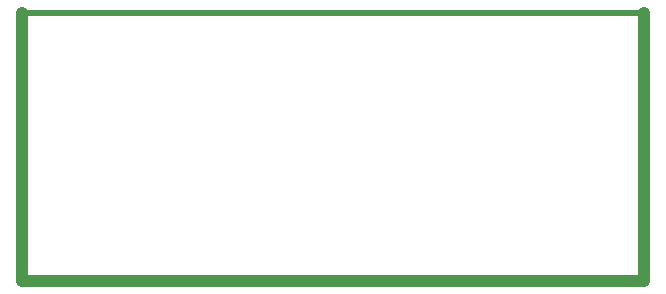
<source format=gko>
G04*
G04 #@! TF.GenerationSoftware,Altium Limited,Altium Designer,21.2.0 (30)*
G04*
G04 Layer_Color=16711935*
%FSLAX25Y25*%
%MOIN*%
G70*
G04*
G04 #@! TF.SameCoordinates,9EB53224-002F-4CA6-BEF0-4101847B7537*
G04*
G04*
G04 #@! TF.FilePolarity,Positive*
G04*
G01*
G75*
%ADD55C,0.01968*%
%ADD56C,0.03937*%
D55*
X308500Y371000D02*
Y460500D01*
X516000Y460500D01*
Y371000D02*
Y460500D01*
X308500Y371000D02*
X516000Y371000D01*
X308500Y371000D02*
Y460500D01*
X516000Y371000D02*
Y460500D01*
X308500Y371000D02*
X516000Y371000D01*
D56*
X308500Y371000D02*
Y460500D01*
X516000Y371000D02*
Y460500D01*
X308500Y371000D02*
X516000Y371000D01*
M02*

</source>
